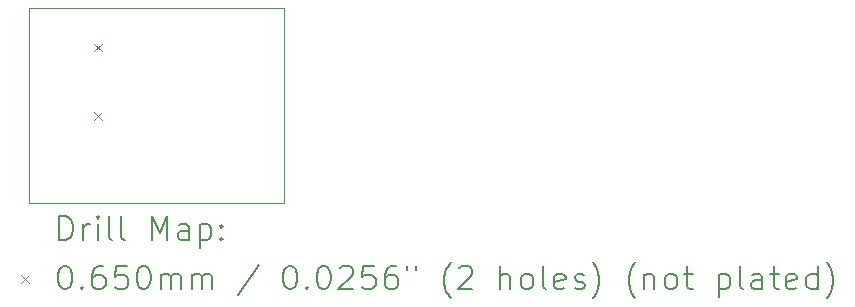
<source format=gbr>
%TF.GenerationSoftware,KiCad,Pcbnew,9.0.3*%
%TF.CreationDate,2025-08-03T15:20:34-04:00*%
%TF.ProjectId,CH32V003J4M6,43483332-5630-4303-934a-344d362e6b69,rev?*%
%TF.SameCoordinates,Original*%
%TF.FileFunction,Drillmap*%
%TF.FilePolarity,Positive*%
%FSLAX45Y45*%
G04 Gerber Fmt 4.5, Leading zero omitted, Abs format (unit mm)*
G04 Created by KiCad (PCBNEW 9.0.3) date 2025-08-03 15:20:34*
%MOMM*%
%LPD*%
G01*
G04 APERTURE LIST*
%ADD10C,0.100000*%
%ADD11C,0.200000*%
G04 APERTURE END LIST*
D10*
X14097000Y-9601200D02*
X16256000Y-9601200D01*
X16256000Y-11252200D01*
X14097000Y-11252200D01*
X14097000Y-9601200D01*
D11*
D10*
X14649500Y-9907497D02*
X14714500Y-9972497D01*
X14714500Y-9907497D02*
X14649500Y-9972497D01*
X14649500Y-10485497D02*
X14714500Y-10550497D01*
X14714500Y-10485497D02*
X14649500Y-10550497D01*
D11*
X14352777Y-11568684D02*
X14352777Y-11368684D01*
X14352777Y-11368684D02*
X14400396Y-11368684D01*
X14400396Y-11368684D02*
X14428967Y-11378208D01*
X14428967Y-11378208D02*
X14448015Y-11397255D01*
X14448015Y-11397255D02*
X14457539Y-11416303D01*
X14457539Y-11416303D02*
X14467062Y-11454398D01*
X14467062Y-11454398D02*
X14467062Y-11482969D01*
X14467062Y-11482969D02*
X14457539Y-11521065D01*
X14457539Y-11521065D02*
X14448015Y-11540112D01*
X14448015Y-11540112D02*
X14428967Y-11559160D01*
X14428967Y-11559160D02*
X14400396Y-11568684D01*
X14400396Y-11568684D02*
X14352777Y-11568684D01*
X14552777Y-11568684D02*
X14552777Y-11435350D01*
X14552777Y-11473446D02*
X14562301Y-11454398D01*
X14562301Y-11454398D02*
X14571824Y-11444874D01*
X14571824Y-11444874D02*
X14590872Y-11435350D01*
X14590872Y-11435350D02*
X14609920Y-11435350D01*
X14676586Y-11568684D02*
X14676586Y-11435350D01*
X14676586Y-11368684D02*
X14667062Y-11378208D01*
X14667062Y-11378208D02*
X14676586Y-11387731D01*
X14676586Y-11387731D02*
X14686110Y-11378208D01*
X14686110Y-11378208D02*
X14676586Y-11368684D01*
X14676586Y-11368684D02*
X14676586Y-11387731D01*
X14800396Y-11568684D02*
X14781348Y-11559160D01*
X14781348Y-11559160D02*
X14771824Y-11540112D01*
X14771824Y-11540112D02*
X14771824Y-11368684D01*
X14905158Y-11568684D02*
X14886110Y-11559160D01*
X14886110Y-11559160D02*
X14876586Y-11540112D01*
X14876586Y-11540112D02*
X14876586Y-11368684D01*
X15133729Y-11568684D02*
X15133729Y-11368684D01*
X15133729Y-11368684D02*
X15200396Y-11511541D01*
X15200396Y-11511541D02*
X15267062Y-11368684D01*
X15267062Y-11368684D02*
X15267062Y-11568684D01*
X15448015Y-11568684D02*
X15448015Y-11463922D01*
X15448015Y-11463922D02*
X15438491Y-11444874D01*
X15438491Y-11444874D02*
X15419443Y-11435350D01*
X15419443Y-11435350D02*
X15381348Y-11435350D01*
X15381348Y-11435350D02*
X15362301Y-11444874D01*
X15448015Y-11559160D02*
X15428967Y-11568684D01*
X15428967Y-11568684D02*
X15381348Y-11568684D01*
X15381348Y-11568684D02*
X15362301Y-11559160D01*
X15362301Y-11559160D02*
X15352777Y-11540112D01*
X15352777Y-11540112D02*
X15352777Y-11521065D01*
X15352777Y-11521065D02*
X15362301Y-11502017D01*
X15362301Y-11502017D02*
X15381348Y-11492493D01*
X15381348Y-11492493D02*
X15428967Y-11492493D01*
X15428967Y-11492493D02*
X15448015Y-11482969D01*
X15543253Y-11435350D02*
X15543253Y-11635350D01*
X15543253Y-11444874D02*
X15562301Y-11435350D01*
X15562301Y-11435350D02*
X15600396Y-11435350D01*
X15600396Y-11435350D02*
X15619443Y-11444874D01*
X15619443Y-11444874D02*
X15628967Y-11454398D01*
X15628967Y-11454398D02*
X15638491Y-11473446D01*
X15638491Y-11473446D02*
X15638491Y-11530588D01*
X15638491Y-11530588D02*
X15628967Y-11549636D01*
X15628967Y-11549636D02*
X15619443Y-11559160D01*
X15619443Y-11559160D02*
X15600396Y-11568684D01*
X15600396Y-11568684D02*
X15562301Y-11568684D01*
X15562301Y-11568684D02*
X15543253Y-11559160D01*
X15724205Y-11549636D02*
X15733729Y-11559160D01*
X15733729Y-11559160D02*
X15724205Y-11568684D01*
X15724205Y-11568684D02*
X15714682Y-11559160D01*
X15714682Y-11559160D02*
X15724205Y-11549636D01*
X15724205Y-11549636D02*
X15724205Y-11568684D01*
X15724205Y-11444874D02*
X15733729Y-11454398D01*
X15733729Y-11454398D02*
X15724205Y-11463922D01*
X15724205Y-11463922D02*
X15714682Y-11454398D01*
X15714682Y-11454398D02*
X15724205Y-11444874D01*
X15724205Y-11444874D02*
X15724205Y-11463922D01*
D10*
X14027000Y-11864700D02*
X14092000Y-11929700D01*
X14092000Y-11864700D02*
X14027000Y-11929700D01*
D11*
X14390872Y-11788684D02*
X14409920Y-11788684D01*
X14409920Y-11788684D02*
X14428967Y-11798208D01*
X14428967Y-11798208D02*
X14438491Y-11807731D01*
X14438491Y-11807731D02*
X14448015Y-11826779D01*
X14448015Y-11826779D02*
X14457539Y-11864874D01*
X14457539Y-11864874D02*
X14457539Y-11912493D01*
X14457539Y-11912493D02*
X14448015Y-11950588D01*
X14448015Y-11950588D02*
X14438491Y-11969636D01*
X14438491Y-11969636D02*
X14428967Y-11979160D01*
X14428967Y-11979160D02*
X14409920Y-11988684D01*
X14409920Y-11988684D02*
X14390872Y-11988684D01*
X14390872Y-11988684D02*
X14371824Y-11979160D01*
X14371824Y-11979160D02*
X14362301Y-11969636D01*
X14362301Y-11969636D02*
X14352777Y-11950588D01*
X14352777Y-11950588D02*
X14343253Y-11912493D01*
X14343253Y-11912493D02*
X14343253Y-11864874D01*
X14343253Y-11864874D02*
X14352777Y-11826779D01*
X14352777Y-11826779D02*
X14362301Y-11807731D01*
X14362301Y-11807731D02*
X14371824Y-11798208D01*
X14371824Y-11798208D02*
X14390872Y-11788684D01*
X14543253Y-11969636D02*
X14552777Y-11979160D01*
X14552777Y-11979160D02*
X14543253Y-11988684D01*
X14543253Y-11988684D02*
X14533729Y-11979160D01*
X14533729Y-11979160D02*
X14543253Y-11969636D01*
X14543253Y-11969636D02*
X14543253Y-11988684D01*
X14724205Y-11788684D02*
X14686110Y-11788684D01*
X14686110Y-11788684D02*
X14667062Y-11798208D01*
X14667062Y-11798208D02*
X14657539Y-11807731D01*
X14657539Y-11807731D02*
X14638491Y-11836303D01*
X14638491Y-11836303D02*
X14628967Y-11874398D01*
X14628967Y-11874398D02*
X14628967Y-11950588D01*
X14628967Y-11950588D02*
X14638491Y-11969636D01*
X14638491Y-11969636D02*
X14648015Y-11979160D01*
X14648015Y-11979160D02*
X14667062Y-11988684D01*
X14667062Y-11988684D02*
X14705158Y-11988684D01*
X14705158Y-11988684D02*
X14724205Y-11979160D01*
X14724205Y-11979160D02*
X14733729Y-11969636D01*
X14733729Y-11969636D02*
X14743253Y-11950588D01*
X14743253Y-11950588D02*
X14743253Y-11902969D01*
X14743253Y-11902969D02*
X14733729Y-11883922D01*
X14733729Y-11883922D02*
X14724205Y-11874398D01*
X14724205Y-11874398D02*
X14705158Y-11864874D01*
X14705158Y-11864874D02*
X14667062Y-11864874D01*
X14667062Y-11864874D02*
X14648015Y-11874398D01*
X14648015Y-11874398D02*
X14638491Y-11883922D01*
X14638491Y-11883922D02*
X14628967Y-11902969D01*
X14924205Y-11788684D02*
X14828967Y-11788684D01*
X14828967Y-11788684D02*
X14819443Y-11883922D01*
X14819443Y-11883922D02*
X14828967Y-11874398D01*
X14828967Y-11874398D02*
X14848015Y-11864874D01*
X14848015Y-11864874D02*
X14895634Y-11864874D01*
X14895634Y-11864874D02*
X14914682Y-11874398D01*
X14914682Y-11874398D02*
X14924205Y-11883922D01*
X14924205Y-11883922D02*
X14933729Y-11902969D01*
X14933729Y-11902969D02*
X14933729Y-11950588D01*
X14933729Y-11950588D02*
X14924205Y-11969636D01*
X14924205Y-11969636D02*
X14914682Y-11979160D01*
X14914682Y-11979160D02*
X14895634Y-11988684D01*
X14895634Y-11988684D02*
X14848015Y-11988684D01*
X14848015Y-11988684D02*
X14828967Y-11979160D01*
X14828967Y-11979160D02*
X14819443Y-11969636D01*
X15057539Y-11788684D02*
X15076586Y-11788684D01*
X15076586Y-11788684D02*
X15095634Y-11798208D01*
X15095634Y-11798208D02*
X15105158Y-11807731D01*
X15105158Y-11807731D02*
X15114682Y-11826779D01*
X15114682Y-11826779D02*
X15124205Y-11864874D01*
X15124205Y-11864874D02*
X15124205Y-11912493D01*
X15124205Y-11912493D02*
X15114682Y-11950588D01*
X15114682Y-11950588D02*
X15105158Y-11969636D01*
X15105158Y-11969636D02*
X15095634Y-11979160D01*
X15095634Y-11979160D02*
X15076586Y-11988684D01*
X15076586Y-11988684D02*
X15057539Y-11988684D01*
X15057539Y-11988684D02*
X15038491Y-11979160D01*
X15038491Y-11979160D02*
X15028967Y-11969636D01*
X15028967Y-11969636D02*
X15019443Y-11950588D01*
X15019443Y-11950588D02*
X15009920Y-11912493D01*
X15009920Y-11912493D02*
X15009920Y-11864874D01*
X15009920Y-11864874D02*
X15019443Y-11826779D01*
X15019443Y-11826779D02*
X15028967Y-11807731D01*
X15028967Y-11807731D02*
X15038491Y-11798208D01*
X15038491Y-11798208D02*
X15057539Y-11788684D01*
X15209920Y-11988684D02*
X15209920Y-11855350D01*
X15209920Y-11874398D02*
X15219443Y-11864874D01*
X15219443Y-11864874D02*
X15238491Y-11855350D01*
X15238491Y-11855350D02*
X15267063Y-11855350D01*
X15267063Y-11855350D02*
X15286110Y-11864874D01*
X15286110Y-11864874D02*
X15295634Y-11883922D01*
X15295634Y-11883922D02*
X15295634Y-11988684D01*
X15295634Y-11883922D02*
X15305158Y-11864874D01*
X15305158Y-11864874D02*
X15324205Y-11855350D01*
X15324205Y-11855350D02*
X15352777Y-11855350D01*
X15352777Y-11855350D02*
X15371824Y-11864874D01*
X15371824Y-11864874D02*
X15381348Y-11883922D01*
X15381348Y-11883922D02*
X15381348Y-11988684D01*
X15476586Y-11988684D02*
X15476586Y-11855350D01*
X15476586Y-11874398D02*
X15486110Y-11864874D01*
X15486110Y-11864874D02*
X15505158Y-11855350D01*
X15505158Y-11855350D02*
X15533729Y-11855350D01*
X15533729Y-11855350D02*
X15552777Y-11864874D01*
X15552777Y-11864874D02*
X15562301Y-11883922D01*
X15562301Y-11883922D02*
X15562301Y-11988684D01*
X15562301Y-11883922D02*
X15571824Y-11864874D01*
X15571824Y-11864874D02*
X15590872Y-11855350D01*
X15590872Y-11855350D02*
X15619443Y-11855350D01*
X15619443Y-11855350D02*
X15638491Y-11864874D01*
X15638491Y-11864874D02*
X15648015Y-11883922D01*
X15648015Y-11883922D02*
X15648015Y-11988684D01*
X16038491Y-11779160D02*
X15867063Y-12036303D01*
X16295634Y-11788684D02*
X16314682Y-11788684D01*
X16314682Y-11788684D02*
X16333729Y-11798208D01*
X16333729Y-11798208D02*
X16343253Y-11807731D01*
X16343253Y-11807731D02*
X16352777Y-11826779D01*
X16352777Y-11826779D02*
X16362301Y-11864874D01*
X16362301Y-11864874D02*
X16362301Y-11912493D01*
X16362301Y-11912493D02*
X16352777Y-11950588D01*
X16352777Y-11950588D02*
X16343253Y-11969636D01*
X16343253Y-11969636D02*
X16333729Y-11979160D01*
X16333729Y-11979160D02*
X16314682Y-11988684D01*
X16314682Y-11988684D02*
X16295634Y-11988684D01*
X16295634Y-11988684D02*
X16276586Y-11979160D01*
X16276586Y-11979160D02*
X16267063Y-11969636D01*
X16267063Y-11969636D02*
X16257539Y-11950588D01*
X16257539Y-11950588D02*
X16248015Y-11912493D01*
X16248015Y-11912493D02*
X16248015Y-11864874D01*
X16248015Y-11864874D02*
X16257539Y-11826779D01*
X16257539Y-11826779D02*
X16267063Y-11807731D01*
X16267063Y-11807731D02*
X16276586Y-11798208D01*
X16276586Y-11798208D02*
X16295634Y-11788684D01*
X16448015Y-11969636D02*
X16457539Y-11979160D01*
X16457539Y-11979160D02*
X16448015Y-11988684D01*
X16448015Y-11988684D02*
X16438491Y-11979160D01*
X16438491Y-11979160D02*
X16448015Y-11969636D01*
X16448015Y-11969636D02*
X16448015Y-11988684D01*
X16581348Y-11788684D02*
X16600396Y-11788684D01*
X16600396Y-11788684D02*
X16619444Y-11798208D01*
X16619444Y-11798208D02*
X16628967Y-11807731D01*
X16628967Y-11807731D02*
X16638491Y-11826779D01*
X16638491Y-11826779D02*
X16648015Y-11864874D01*
X16648015Y-11864874D02*
X16648015Y-11912493D01*
X16648015Y-11912493D02*
X16638491Y-11950588D01*
X16638491Y-11950588D02*
X16628967Y-11969636D01*
X16628967Y-11969636D02*
X16619444Y-11979160D01*
X16619444Y-11979160D02*
X16600396Y-11988684D01*
X16600396Y-11988684D02*
X16581348Y-11988684D01*
X16581348Y-11988684D02*
X16562301Y-11979160D01*
X16562301Y-11979160D02*
X16552777Y-11969636D01*
X16552777Y-11969636D02*
X16543253Y-11950588D01*
X16543253Y-11950588D02*
X16533729Y-11912493D01*
X16533729Y-11912493D02*
X16533729Y-11864874D01*
X16533729Y-11864874D02*
X16543253Y-11826779D01*
X16543253Y-11826779D02*
X16552777Y-11807731D01*
X16552777Y-11807731D02*
X16562301Y-11798208D01*
X16562301Y-11798208D02*
X16581348Y-11788684D01*
X16724206Y-11807731D02*
X16733729Y-11798208D01*
X16733729Y-11798208D02*
X16752777Y-11788684D01*
X16752777Y-11788684D02*
X16800396Y-11788684D01*
X16800396Y-11788684D02*
X16819444Y-11798208D01*
X16819444Y-11798208D02*
X16828968Y-11807731D01*
X16828968Y-11807731D02*
X16838491Y-11826779D01*
X16838491Y-11826779D02*
X16838491Y-11845827D01*
X16838491Y-11845827D02*
X16828968Y-11874398D01*
X16828968Y-11874398D02*
X16714682Y-11988684D01*
X16714682Y-11988684D02*
X16838491Y-11988684D01*
X17019444Y-11788684D02*
X16924206Y-11788684D01*
X16924206Y-11788684D02*
X16914682Y-11883922D01*
X16914682Y-11883922D02*
X16924206Y-11874398D01*
X16924206Y-11874398D02*
X16943253Y-11864874D01*
X16943253Y-11864874D02*
X16990872Y-11864874D01*
X16990872Y-11864874D02*
X17009920Y-11874398D01*
X17009920Y-11874398D02*
X17019444Y-11883922D01*
X17019444Y-11883922D02*
X17028968Y-11902969D01*
X17028968Y-11902969D02*
X17028968Y-11950588D01*
X17028968Y-11950588D02*
X17019444Y-11969636D01*
X17019444Y-11969636D02*
X17009920Y-11979160D01*
X17009920Y-11979160D02*
X16990872Y-11988684D01*
X16990872Y-11988684D02*
X16943253Y-11988684D01*
X16943253Y-11988684D02*
X16924206Y-11979160D01*
X16924206Y-11979160D02*
X16914682Y-11969636D01*
X17200396Y-11788684D02*
X17162301Y-11788684D01*
X17162301Y-11788684D02*
X17143253Y-11798208D01*
X17143253Y-11798208D02*
X17133729Y-11807731D01*
X17133729Y-11807731D02*
X17114682Y-11836303D01*
X17114682Y-11836303D02*
X17105158Y-11874398D01*
X17105158Y-11874398D02*
X17105158Y-11950588D01*
X17105158Y-11950588D02*
X17114682Y-11969636D01*
X17114682Y-11969636D02*
X17124206Y-11979160D01*
X17124206Y-11979160D02*
X17143253Y-11988684D01*
X17143253Y-11988684D02*
X17181349Y-11988684D01*
X17181349Y-11988684D02*
X17200396Y-11979160D01*
X17200396Y-11979160D02*
X17209920Y-11969636D01*
X17209920Y-11969636D02*
X17219444Y-11950588D01*
X17219444Y-11950588D02*
X17219444Y-11902969D01*
X17219444Y-11902969D02*
X17209920Y-11883922D01*
X17209920Y-11883922D02*
X17200396Y-11874398D01*
X17200396Y-11874398D02*
X17181349Y-11864874D01*
X17181349Y-11864874D02*
X17143253Y-11864874D01*
X17143253Y-11864874D02*
X17124206Y-11874398D01*
X17124206Y-11874398D02*
X17114682Y-11883922D01*
X17114682Y-11883922D02*
X17105158Y-11902969D01*
X17295634Y-11788684D02*
X17295634Y-11826779D01*
X17371825Y-11788684D02*
X17371825Y-11826779D01*
X17667063Y-12064874D02*
X17657539Y-12055350D01*
X17657539Y-12055350D02*
X17638491Y-12026779D01*
X17638491Y-12026779D02*
X17628968Y-12007731D01*
X17628968Y-12007731D02*
X17619444Y-11979160D01*
X17619444Y-11979160D02*
X17609920Y-11931541D01*
X17609920Y-11931541D02*
X17609920Y-11893446D01*
X17609920Y-11893446D02*
X17619444Y-11845827D01*
X17619444Y-11845827D02*
X17628968Y-11817255D01*
X17628968Y-11817255D02*
X17638491Y-11798208D01*
X17638491Y-11798208D02*
X17657539Y-11769636D01*
X17657539Y-11769636D02*
X17667063Y-11760112D01*
X17733730Y-11807731D02*
X17743253Y-11798208D01*
X17743253Y-11798208D02*
X17762301Y-11788684D01*
X17762301Y-11788684D02*
X17809920Y-11788684D01*
X17809920Y-11788684D02*
X17828968Y-11798208D01*
X17828968Y-11798208D02*
X17838491Y-11807731D01*
X17838491Y-11807731D02*
X17848015Y-11826779D01*
X17848015Y-11826779D02*
X17848015Y-11845827D01*
X17848015Y-11845827D02*
X17838491Y-11874398D01*
X17838491Y-11874398D02*
X17724206Y-11988684D01*
X17724206Y-11988684D02*
X17848015Y-11988684D01*
X18086111Y-11988684D02*
X18086111Y-11788684D01*
X18171825Y-11988684D02*
X18171825Y-11883922D01*
X18171825Y-11883922D02*
X18162301Y-11864874D01*
X18162301Y-11864874D02*
X18143253Y-11855350D01*
X18143253Y-11855350D02*
X18114682Y-11855350D01*
X18114682Y-11855350D02*
X18095634Y-11864874D01*
X18095634Y-11864874D02*
X18086111Y-11874398D01*
X18295634Y-11988684D02*
X18276587Y-11979160D01*
X18276587Y-11979160D02*
X18267063Y-11969636D01*
X18267063Y-11969636D02*
X18257539Y-11950588D01*
X18257539Y-11950588D02*
X18257539Y-11893446D01*
X18257539Y-11893446D02*
X18267063Y-11874398D01*
X18267063Y-11874398D02*
X18276587Y-11864874D01*
X18276587Y-11864874D02*
X18295634Y-11855350D01*
X18295634Y-11855350D02*
X18324206Y-11855350D01*
X18324206Y-11855350D02*
X18343253Y-11864874D01*
X18343253Y-11864874D02*
X18352777Y-11874398D01*
X18352777Y-11874398D02*
X18362301Y-11893446D01*
X18362301Y-11893446D02*
X18362301Y-11950588D01*
X18362301Y-11950588D02*
X18352777Y-11969636D01*
X18352777Y-11969636D02*
X18343253Y-11979160D01*
X18343253Y-11979160D02*
X18324206Y-11988684D01*
X18324206Y-11988684D02*
X18295634Y-11988684D01*
X18476587Y-11988684D02*
X18457539Y-11979160D01*
X18457539Y-11979160D02*
X18448015Y-11960112D01*
X18448015Y-11960112D02*
X18448015Y-11788684D01*
X18628968Y-11979160D02*
X18609920Y-11988684D01*
X18609920Y-11988684D02*
X18571825Y-11988684D01*
X18571825Y-11988684D02*
X18552777Y-11979160D01*
X18552777Y-11979160D02*
X18543253Y-11960112D01*
X18543253Y-11960112D02*
X18543253Y-11883922D01*
X18543253Y-11883922D02*
X18552777Y-11864874D01*
X18552777Y-11864874D02*
X18571825Y-11855350D01*
X18571825Y-11855350D02*
X18609920Y-11855350D01*
X18609920Y-11855350D02*
X18628968Y-11864874D01*
X18628968Y-11864874D02*
X18638492Y-11883922D01*
X18638492Y-11883922D02*
X18638492Y-11902969D01*
X18638492Y-11902969D02*
X18543253Y-11922017D01*
X18714682Y-11979160D02*
X18733730Y-11988684D01*
X18733730Y-11988684D02*
X18771825Y-11988684D01*
X18771825Y-11988684D02*
X18790873Y-11979160D01*
X18790873Y-11979160D02*
X18800396Y-11960112D01*
X18800396Y-11960112D02*
X18800396Y-11950588D01*
X18800396Y-11950588D02*
X18790873Y-11931541D01*
X18790873Y-11931541D02*
X18771825Y-11922017D01*
X18771825Y-11922017D02*
X18743253Y-11922017D01*
X18743253Y-11922017D02*
X18724206Y-11912493D01*
X18724206Y-11912493D02*
X18714682Y-11893446D01*
X18714682Y-11893446D02*
X18714682Y-11883922D01*
X18714682Y-11883922D02*
X18724206Y-11864874D01*
X18724206Y-11864874D02*
X18743253Y-11855350D01*
X18743253Y-11855350D02*
X18771825Y-11855350D01*
X18771825Y-11855350D02*
X18790873Y-11864874D01*
X18867063Y-12064874D02*
X18876587Y-12055350D01*
X18876587Y-12055350D02*
X18895634Y-12026779D01*
X18895634Y-12026779D02*
X18905158Y-12007731D01*
X18905158Y-12007731D02*
X18914682Y-11979160D01*
X18914682Y-11979160D02*
X18924206Y-11931541D01*
X18924206Y-11931541D02*
X18924206Y-11893446D01*
X18924206Y-11893446D02*
X18914682Y-11845827D01*
X18914682Y-11845827D02*
X18905158Y-11817255D01*
X18905158Y-11817255D02*
X18895634Y-11798208D01*
X18895634Y-11798208D02*
X18876587Y-11769636D01*
X18876587Y-11769636D02*
X18867063Y-11760112D01*
X19228968Y-12064874D02*
X19219444Y-12055350D01*
X19219444Y-12055350D02*
X19200396Y-12026779D01*
X19200396Y-12026779D02*
X19190873Y-12007731D01*
X19190873Y-12007731D02*
X19181349Y-11979160D01*
X19181349Y-11979160D02*
X19171825Y-11931541D01*
X19171825Y-11931541D02*
X19171825Y-11893446D01*
X19171825Y-11893446D02*
X19181349Y-11845827D01*
X19181349Y-11845827D02*
X19190873Y-11817255D01*
X19190873Y-11817255D02*
X19200396Y-11798208D01*
X19200396Y-11798208D02*
X19219444Y-11769636D01*
X19219444Y-11769636D02*
X19228968Y-11760112D01*
X19305158Y-11855350D02*
X19305158Y-11988684D01*
X19305158Y-11874398D02*
X19314682Y-11864874D01*
X19314682Y-11864874D02*
X19333730Y-11855350D01*
X19333730Y-11855350D02*
X19362301Y-11855350D01*
X19362301Y-11855350D02*
X19381349Y-11864874D01*
X19381349Y-11864874D02*
X19390873Y-11883922D01*
X19390873Y-11883922D02*
X19390873Y-11988684D01*
X19514682Y-11988684D02*
X19495634Y-11979160D01*
X19495634Y-11979160D02*
X19486111Y-11969636D01*
X19486111Y-11969636D02*
X19476587Y-11950588D01*
X19476587Y-11950588D02*
X19476587Y-11893446D01*
X19476587Y-11893446D02*
X19486111Y-11874398D01*
X19486111Y-11874398D02*
X19495634Y-11864874D01*
X19495634Y-11864874D02*
X19514682Y-11855350D01*
X19514682Y-11855350D02*
X19543254Y-11855350D01*
X19543254Y-11855350D02*
X19562301Y-11864874D01*
X19562301Y-11864874D02*
X19571825Y-11874398D01*
X19571825Y-11874398D02*
X19581349Y-11893446D01*
X19581349Y-11893446D02*
X19581349Y-11950588D01*
X19581349Y-11950588D02*
X19571825Y-11969636D01*
X19571825Y-11969636D02*
X19562301Y-11979160D01*
X19562301Y-11979160D02*
X19543254Y-11988684D01*
X19543254Y-11988684D02*
X19514682Y-11988684D01*
X19638492Y-11855350D02*
X19714682Y-11855350D01*
X19667063Y-11788684D02*
X19667063Y-11960112D01*
X19667063Y-11960112D02*
X19676587Y-11979160D01*
X19676587Y-11979160D02*
X19695634Y-11988684D01*
X19695634Y-11988684D02*
X19714682Y-11988684D01*
X19933730Y-11855350D02*
X19933730Y-12055350D01*
X19933730Y-11864874D02*
X19952777Y-11855350D01*
X19952777Y-11855350D02*
X19990873Y-11855350D01*
X19990873Y-11855350D02*
X20009920Y-11864874D01*
X20009920Y-11864874D02*
X20019444Y-11874398D01*
X20019444Y-11874398D02*
X20028968Y-11893446D01*
X20028968Y-11893446D02*
X20028968Y-11950588D01*
X20028968Y-11950588D02*
X20019444Y-11969636D01*
X20019444Y-11969636D02*
X20009920Y-11979160D01*
X20009920Y-11979160D02*
X19990873Y-11988684D01*
X19990873Y-11988684D02*
X19952777Y-11988684D01*
X19952777Y-11988684D02*
X19933730Y-11979160D01*
X20143254Y-11988684D02*
X20124206Y-11979160D01*
X20124206Y-11979160D02*
X20114682Y-11960112D01*
X20114682Y-11960112D02*
X20114682Y-11788684D01*
X20305158Y-11988684D02*
X20305158Y-11883922D01*
X20305158Y-11883922D02*
X20295635Y-11864874D01*
X20295635Y-11864874D02*
X20276587Y-11855350D01*
X20276587Y-11855350D02*
X20238492Y-11855350D01*
X20238492Y-11855350D02*
X20219444Y-11864874D01*
X20305158Y-11979160D02*
X20286111Y-11988684D01*
X20286111Y-11988684D02*
X20238492Y-11988684D01*
X20238492Y-11988684D02*
X20219444Y-11979160D01*
X20219444Y-11979160D02*
X20209920Y-11960112D01*
X20209920Y-11960112D02*
X20209920Y-11941065D01*
X20209920Y-11941065D02*
X20219444Y-11922017D01*
X20219444Y-11922017D02*
X20238492Y-11912493D01*
X20238492Y-11912493D02*
X20286111Y-11912493D01*
X20286111Y-11912493D02*
X20305158Y-11902969D01*
X20371825Y-11855350D02*
X20448015Y-11855350D01*
X20400396Y-11788684D02*
X20400396Y-11960112D01*
X20400396Y-11960112D02*
X20409920Y-11979160D01*
X20409920Y-11979160D02*
X20428968Y-11988684D01*
X20428968Y-11988684D02*
X20448015Y-11988684D01*
X20590873Y-11979160D02*
X20571825Y-11988684D01*
X20571825Y-11988684D02*
X20533730Y-11988684D01*
X20533730Y-11988684D02*
X20514682Y-11979160D01*
X20514682Y-11979160D02*
X20505158Y-11960112D01*
X20505158Y-11960112D02*
X20505158Y-11883922D01*
X20505158Y-11883922D02*
X20514682Y-11864874D01*
X20514682Y-11864874D02*
X20533730Y-11855350D01*
X20533730Y-11855350D02*
X20571825Y-11855350D01*
X20571825Y-11855350D02*
X20590873Y-11864874D01*
X20590873Y-11864874D02*
X20600396Y-11883922D01*
X20600396Y-11883922D02*
X20600396Y-11902969D01*
X20600396Y-11902969D02*
X20505158Y-11922017D01*
X20771825Y-11988684D02*
X20771825Y-11788684D01*
X20771825Y-11979160D02*
X20752777Y-11988684D01*
X20752777Y-11988684D02*
X20714682Y-11988684D01*
X20714682Y-11988684D02*
X20695635Y-11979160D01*
X20695635Y-11979160D02*
X20686111Y-11969636D01*
X20686111Y-11969636D02*
X20676587Y-11950588D01*
X20676587Y-11950588D02*
X20676587Y-11893446D01*
X20676587Y-11893446D02*
X20686111Y-11874398D01*
X20686111Y-11874398D02*
X20695635Y-11864874D01*
X20695635Y-11864874D02*
X20714682Y-11855350D01*
X20714682Y-11855350D02*
X20752777Y-11855350D01*
X20752777Y-11855350D02*
X20771825Y-11864874D01*
X20848016Y-12064874D02*
X20857539Y-12055350D01*
X20857539Y-12055350D02*
X20876587Y-12026779D01*
X20876587Y-12026779D02*
X20886111Y-12007731D01*
X20886111Y-12007731D02*
X20895635Y-11979160D01*
X20895635Y-11979160D02*
X20905158Y-11931541D01*
X20905158Y-11931541D02*
X20905158Y-11893446D01*
X20905158Y-11893446D02*
X20895635Y-11845827D01*
X20895635Y-11845827D02*
X20886111Y-11817255D01*
X20886111Y-11817255D02*
X20876587Y-11798208D01*
X20876587Y-11798208D02*
X20857539Y-11769636D01*
X20857539Y-11769636D02*
X20848016Y-11760112D01*
M02*

</source>
